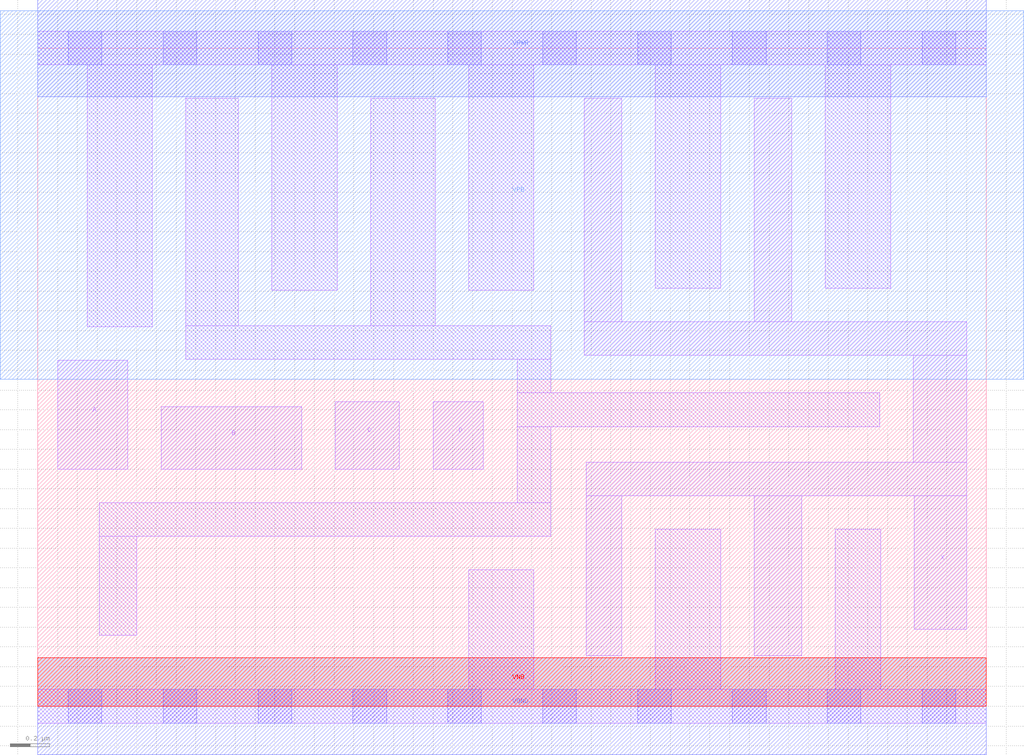
<source format=lef>
# Copyright 2020 The SkyWater PDK Authors
#
# Licensed under the Apache License, Version 2.0 (the "License");
# you may not use this file except in compliance with the License.
# You may obtain a copy of the License at
#
#     https://www.apache.org/licenses/LICENSE-2.0
#
# Unless required by applicable law or agreed to in writing, software
# distributed under the License is distributed on an "AS IS" BASIS,
# WITHOUT WARRANTIES OR CONDITIONS OF ANY KIND, either express or implied.
# See the License for the specific language governing permissions and
# limitations under the License.
#
# SPDX-License-Identifier: Apache-2.0

VERSION 5.7 ;
  NOWIREEXTENSIONATPIN ON ;
  DIVIDERCHAR "/" ;
  BUSBITCHARS "[]" ;
MACRO sky130_fd_sc_lp__and4_4
  CLASS CORE ;
  FOREIGN sky130_fd_sc_lp__and4_4 ;
  ORIGIN  0.000000  0.000000 ;
  SIZE  4.800000 BY  3.330000 ;
  SYMMETRY X Y R90 ;
  SITE unit ;
  PIN A
    ANTENNAGATEAREA  0.315000 ;
    DIRECTION INPUT ;
    USE SIGNAL ;
    PORT
      LAYER li1 ;
        RECT 0.100000 1.200000 0.455000 1.750000 ;
    END
  END A
  PIN B
    ANTENNAGATEAREA  0.315000 ;
    DIRECTION INPUT ;
    USE SIGNAL ;
    PORT
      LAYER li1 ;
        RECT 0.625000 1.200000 1.335000 1.515000 ;
    END
  END B
  PIN C
    ANTENNAGATEAREA  0.315000 ;
    DIRECTION INPUT ;
    USE SIGNAL ;
    PORT
      LAYER li1 ;
        RECT 1.505000 1.200000 1.830000 1.540000 ;
    END
  END C
  PIN D
    ANTENNAGATEAREA  0.315000 ;
    DIRECTION INPUT ;
    USE SIGNAL ;
    PORT
      LAYER li1 ;
        RECT 2.000000 1.200000 2.255000 1.540000 ;
    END
  END D
  PIN X
    ANTENNADIFFAREA  1.176000 ;
    DIRECTION OUTPUT ;
    USE SIGNAL ;
    PORT
      LAYER li1 ;
        RECT 2.765000 1.775000 4.700000 1.945000 ;
        RECT 2.765000 1.945000 2.955000 3.075000 ;
        RECT 2.775000 0.255000 2.955000 1.065000 ;
        RECT 2.775000 1.065000 4.700000 1.235000 ;
        RECT 3.625000 0.255000 3.865000 1.065000 ;
        RECT 3.625000 1.945000 3.815000 3.075000 ;
        RECT 4.430000 1.235000 4.700000 1.775000 ;
        RECT 4.435000 0.390000 4.700000 1.065000 ;
    END
  END X
  PIN VGND
    DIRECTION INOUT ;
    USE GROUND ;
    PORT
      LAYER met1 ;
        RECT 0.000000 -0.245000 4.800000 0.245000 ;
    END
  END VGND
  PIN VNB
    DIRECTION INOUT ;
    USE GROUND ;
    PORT
      LAYER pwell ;
        RECT 0.000000 0.000000 4.800000 0.245000 ;
    END
  END VNB
  PIN VPB
    DIRECTION INOUT ;
    USE POWER ;
    PORT
      LAYER nwell ;
        RECT -0.190000 1.655000 4.990000 3.520000 ;
    END
  END VPB
  PIN VPWR
    DIRECTION INOUT ;
    USE POWER ;
    PORT
      LAYER met1 ;
        RECT 0.000000 3.085000 4.800000 3.575000 ;
    END
  END VPWR
  OBS
    LAYER li1 ;
      RECT 0.000000 -0.085000 4.800000 0.085000 ;
      RECT 0.000000  3.245000 4.800000 3.415000 ;
      RECT 0.250000  1.920000 0.580000 3.245000 ;
      RECT 0.310000  0.360000 0.500000 0.860000 ;
      RECT 0.310000  0.860000 2.595000 1.030000 ;
      RECT 0.750000  1.755000 2.595000 1.925000 ;
      RECT 0.750000  1.925000 1.015000 3.075000 ;
      RECT 1.185000  2.105000 1.515000 3.245000 ;
      RECT 1.685000  1.925000 2.010000 3.075000 ;
      RECT 2.180000  0.085000 2.510000 0.690000 ;
      RECT 2.180000  2.105000 2.510000 3.245000 ;
      RECT 2.425000  1.030000 2.595000 1.415000 ;
      RECT 2.425000  1.415000 4.260000 1.585000 ;
      RECT 2.425000  1.585000 2.595000 1.755000 ;
      RECT 3.125000  0.085000 3.455000 0.895000 ;
      RECT 3.125000  2.115000 3.455000 3.245000 ;
      RECT 3.985000  2.115000 4.315000 3.245000 ;
      RECT 4.035000  0.085000 4.265000 0.895000 ;
    LAYER mcon ;
      RECT 0.155000 -0.085000 0.325000 0.085000 ;
      RECT 0.155000  3.245000 0.325000 3.415000 ;
      RECT 0.635000 -0.085000 0.805000 0.085000 ;
      RECT 0.635000  3.245000 0.805000 3.415000 ;
      RECT 1.115000 -0.085000 1.285000 0.085000 ;
      RECT 1.115000  3.245000 1.285000 3.415000 ;
      RECT 1.595000 -0.085000 1.765000 0.085000 ;
      RECT 1.595000  3.245000 1.765000 3.415000 ;
      RECT 2.075000 -0.085000 2.245000 0.085000 ;
      RECT 2.075000  3.245000 2.245000 3.415000 ;
      RECT 2.555000 -0.085000 2.725000 0.085000 ;
      RECT 2.555000  3.245000 2.725000 3.415000 ;
      RECT 3.035000 -0.085000 3.205000 0.085000 ;
      RECT 3.035000  3.245000 3.205000 3.415000 ;
      RECT 3.515000 -0.085000 3.685000 0.085000 ;
      RECT 3.515000  3.245000 3.685000 3.415000 ;
      RECT 3.995000 -0.085000 4.165000 0.085000 ;
      RECT 3.995000  3.245000 4.165000 3.415000 ;
      RECT 4.475000 -0.085000 4.645000 0.085000 ;
      RECT 4.475000  3.245000 4.645000 3.415000 ;
  END
END sky130_fd_sc_lp__and4_4
END LIBRARY

</source>
